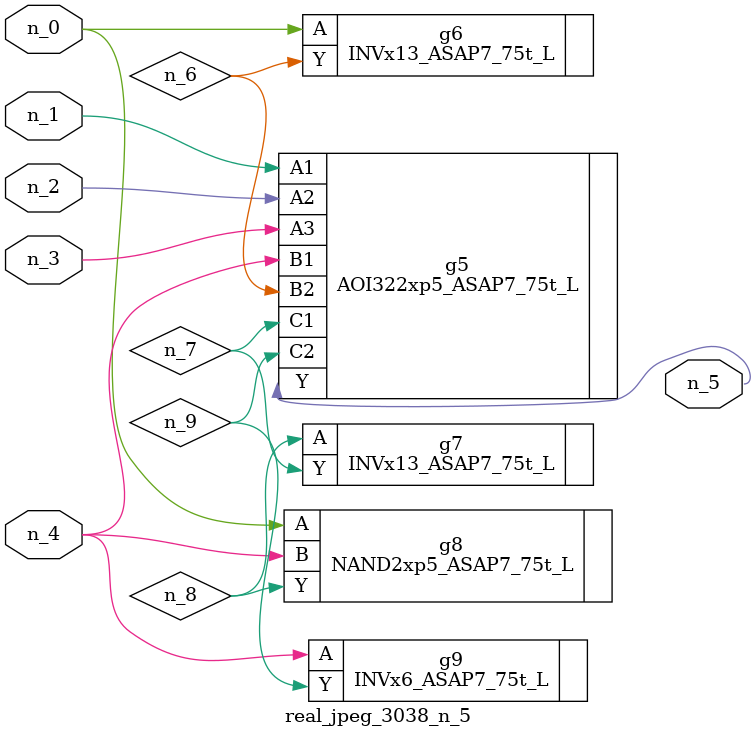
<source format=v>
module real_jpeg_3038_n_5 (n_4, n_0, n_1, n_2, n_3, n_5);

input n_4;
input n_0;
input n_1;
input n_2;
input n_3;

output n_5;

wire n_8;
wire n_6;
wire n_7;
wire n_9;

INVx13_ASAP7_75t_L g6 ( 
.A(n_0),
.Y(n_6)
);

NAND2xp5_ASAP7_75t_L g8 ( 
.A(n_0),
.B(n_4),
.Y(n_8)
);

AOI322xp5_ASAP7_75t_L g5 ( 
.A1(n_1),
.A2(n_2),
.A3(n_3),
.B1(n_4),
.B2(n_6),
.C1(n_7),
.C2(n_9),
.Y(n_5)
);

INVx6_ASAP7_75t_L g9 ( 
.A(n_4),
.Y(n_9)
);

INVx13_ASAP7_75t_L g7 ( 
.A(n_8),
.Y(n_7)
);


endmodule
</source>
